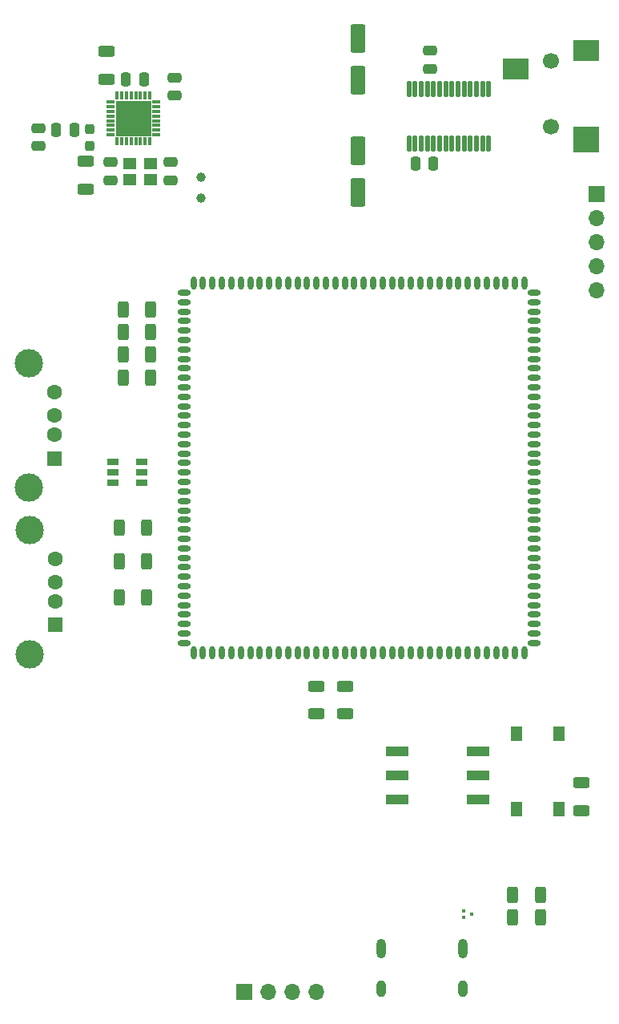
<source format=gbr>
%TF.GenerationSoftware,KiCad,Pcbnew,7.0.1*%
%TF.CreationDate,2023-08-09T19:54:46+10:00*%
%TF.ProjectId,STM32MP151_Dev_Board,53544d33-324d-4503-9135-315f4465765f,rev?*%
%TF.SameCoordinates,Original*%
%TF.FileFunction,Soldermask,Bot*%
%TF.FilePolarity,Negative*%
%FSLAX46Y46*%
G04 Gerber Fmt 4.6, Leading zero omitted, Abs format (unit mm)*
G04 Created by KiCad (PCBNEW 7.0.1) date 2023-08-09 19:54:46*
%MOMM*%
%LPD*%
G01*
G04 APERTURE LIST*
G04 Aperture macros list*
%AMRoundRect*
0 Rectangle with rounded corners*
0 $1 Rounding radius*
0 $2 $3 $4 $5 $6 $7 $8 $9 X,Y pos of 4 corners*
0 Add a 4 corners polygon primitive as box body*
4,1,4,$2,$3,$4,$5,$6,$7,$8,$9,$2,$3,0*
0 Add four circle primitives for the rounded corners*
1,1,$1+$1,$2,$3*
1,1,$1+$1,$4,$5*
1,1,$1+$1,$6,$7*
1,1,$1+$1,$8,$9*
0 Add four rect primitives between the rounded corners*
20,1,$1+$1,$2,$3,$4,$5,0*
20,1,$1+$1,$4,$5,$6,$7,0*
20,1,$1+$1,$6,$7,$8,$9,0*
20,1,$1+$1,$8,$9,$2,$3,0*%
G04 Aperture macros list end*
%ADD10O,1.000000X2.100000*%
%ADD11O,1.000000X1.800000*%
%ADD12RoundRect,0.250000X-0.312500X-0.625000X0.312500X-0.625000X0.312500X0.625000X-0.312500X0.625000X0*%
%ADD13RoundRect,0.250000X0.312500X0.625000X-0.312500X0.625000X-0.312500X-0.625000X0.312500X-0.625000X0*%
%ADD14RoundRect,0.008100X-0.396900X-0.126900X0.396900X-0.126900X0.396900X0.126900X-0.396900X0.126900X0*%
%ADD15RoundRect,0.008100X-0.126900X0.396900X-0.126900X-0.396900X0.126900X-0.396900X0.126900X0.396900X0*%
%ADD16R,3.700000X3.700000*%
%ADD17R,1.500000X1.600000*%
%ADD18C,1.600000*%
%ADD19C,3.000000*%
%ADD20R,1.700000X1.700000*%
%ADD21O,1.700000X1.700000*%
%ADD22RoundRect,0.250000X-0.475000X0.250000X-0.475000X-0.250000X0.475000X-0.250000X0.475000X0.250000X0*%
%ADD23O,1.400000X0.600000*%
%ADD24O,0.600000X1.400000*%
%ADD25R,2.440000X1.120000*%
%ADD26C,1.000000*%
%ADD27RoundRect,0.250000X-0.250000X-0.475000X0.250000X-0.475000X0.250000X0.475000X-0.250000X0.475000X0*%
%ADD28RoundRect,0.250000X0.475000X-0.250000X0.475000X0.250000X-0.475000X0.250000X-0.475000X-0.250000X0*%
%ADD29R,1.300000X1.550000*%
%ADD30RoundRect,0.250000X0.250000X0.475000X-0.250000X0.475000X-0.250000X-0.475000X0.250000X-0.475000X0*%
%ADD31R,1.300000X0.700000*%
%ADD32RoundRect,0.250000X0.625000X-0.312500X0.625000X0.312500X-0.625000X0.312500X-0.625000X-0.312500X0*%
%ADD33RoundRect,0.237500X-0.237500X0.287500X-0.237500X-0.287500X0.237500X-0.287500X0.237500X0.287500X0*%
%ADD34R,1.400000X1.200000*%
%ADD35RoundRect,0.250000X-0.550000X1.250000X-0.550000X-1.250000X0.550000X-1.250000X0.550000X1.250000X0*%
%ADD36RoundRect,0.250000X-0.625000X0.312500X-0.625000X-0.312500X0.625000X-0.312500X0.625000X0.312500X0*%
%ADD37RoundRect,0.020500X-0.184500X0.764500X-0.184500X-0.764500X0.184500X-0.764500X0.184500X0.764500X0*%
%ADD38C,1.700000*%
%ADD39R,2.800000X2.200000*%
%ADD40R,2.800000X2.800000*%
%ADD41R,0.300000X0.300000*%
%ADD42RoundRect,0.250000X0.550000X-1.250000X0.550000X1.250000X-0.550000X1.250000X-0.550000X-1.250000X0*%
G04 APERTURE END LIST*
D10*
%TO.C,J12*%
X61860000Y-114300000D03*
D11*
X61860000Y-118500000D03*
D10*
X70500000Y-114300000D03*
D11*
X70500000Y-118500000D03*
%TD*%
D12*
%TO.C,R27*%
X75737500Y-108600000D03*
X78662500Y-108600000D03*
%TD*%
D13*
%TO.C,R23*%
X37462500Y-54000000D03*
X34537500Y-54000000D03*
%TD*%
D14*
%TO.C,U7*%
X33200000Y-28350000D03*
X33200000Y-27850000D03*
X33200000Y-27350000D03*
X33200000Y-26850000D03*
X33200000Y-26350000D03*
X33200000Y-25850000D03*
X33200000Y-25350000D03*
X33200000Y-24850000D03*
D15*
X33895000Y-24155000D03*
X34395000Y-24155000D03*
X34895000Y-24155000D03*
X35395000Y-24155000D03*
X35895000Y-24155000D03*
X36395000Y-24155000D03*
X36895000Y-24155000D03*
X37395000Y-24155000D03*
D14*
X38090000Y-24850000D03*
X38090000Y-25350000D03*
X38090000Y-25850000D03*
X38090000Y-26350000D03*
X38090000Y-26850000D03*
X38090000Y-27350000D03*
X38090000Y-27850000D03*
X38090000Y-28350000D03*
D15*
X37395000Y-29045000D03*
X36895000Y-29045000D03*
X36395000Y-29045000D03*
X35895000Y-29045000D03*
X35395000Y-29045000D03*
X34895000Y-29045000D03*
X34395000Y-29045000D03*
X33895000Y-29045000D03*
D16*
X35645000Y-26600000D03*
%TD*%
D17*
%TO.C,J8*%
X27310000Y-62500000D03*
D18*
X27310000Y-60000000D03*
X27310000Y-58000000D03*
X27310000Y-55500000D03*
D19*
X24600000Y-65570000D03*
X24600000Y-52430000D03*
%TD*%
D13*
%TO.C,R22*%
X37462500Y-51550000D03*
X34537500Y-51550000D03*
%TD*%
D20*
%TO.C,J3*%
X84600000Y-34580000D03*
D21*
X84600000Y-37120000D03*
X84600000Y-39660000D03*
X84600000Y-42200000D03*
X84600000Y-44740000D03*
%TD*%
D17*
%TO.C,J13*%
X27360000Y-80100000D03*
D18*
X27360000Y-77600000D03*
X27360000Y-75600000D03*
X27360000Y-73100000D03*
D19*
X24650000Y-83170000D03*
X24650000Y-70030000D03*
%TD*%
D22*
%TO.C,C7*%
X33195000Y-31250000D03*
X33195000Y-33150000D03*
%TD*%
%TO.C,C16*%
X25645000Y-27650000D03*
X25645000Y-29550000D03*
%TD*%
D13*
%TO.C,R20*%
X37462500Y-46800000D03*
X34537500Y-46800000D03*
%TD*%
D23*
%TO.C,U1*%
X78000000Y-45000000D03*
X78000000Y-46000000D03*
X78000000Y-47000000D03*
X78000000Y-48000000D03*
X78000000Y-49000000D03*
X78000000Y-50000000D03*
X78000000Y-51000000D03*
X78000000Y-52000000D03*
X78000000Y-53000000D03*
X78000000Y-54000000D03*
X78000000Y-55000000D03*
X78000000Y-56000000D03*
X78000000Y-57000000D03*
X78000000Y-58000000D03*
X78000000Y-59000000D03*
X78000000Y-60000000D03*
X78000000Y-61000000D03*
X78000000Y-62000000D03*
X78000000Y-63000000D03*
X78000000Y-64000000D03*
X78000000Y-65000000D03*
X78000000Y-66000000D03*
X78000000Y-67000000D03*
X78000000Y-68000000D03*
X78000000Y-69000000D03*
X78000000Y-70000000D03*
X78000000Y-71000000D03*
X78000000Y-72000000D03*
X78000000Y-73000000D03*
X78000000Y-74000000D03*
X78000000Y-75000000D03*
X78000000Y-76000000D03*
X78000000Y-77000000D03*
X78000000Y-78000000D03*
X78000000Y-79000000D03*
X78000000Y-80000000D03*
X78000000Y-81000000D03*
X78000000Y-82000000D03*
D24*
X77000000Y-83000000D03*
X76000000Y-83000000D03*
X75000000Y-83000000D03*
X74000000Y-83000000D03*
X73000000Y-83000000D03*
X72000000Y-83000000D03*
X71000000Y-83000000D03*
X70000000Y-83000000D03*
X69000000Y-83000000D03*
X68000000Y-83000000D03*
X67000000Y-83000000D03*
X66000000Y-83000000D03*
X65000000Y-83000000D03*
X64000000Y-83000000D03*
X63000000Y-83000000D03*
X62000000Y-83000000D03*
X61000000Y-83000000D03*
X60000000Y-83000000D03*
X59000000Y-83000000D03*
X58000000Y-83000000D03*
X57000000Y-83000000D03*
X56000000Y-83000000D03*
X55000000Y-83000000D03*
X54000000Y-83000000D03*
X53000000Y-83000000D03*
X52000000Y-83000000D03*
X51000000Y-83000000D03*
X50000000Y-83000000D03*
X49000000Y-83000000D03*
X48000000Y-83000000D03*
X47000000Y-83000000D03*
X46000000Y-83000000D03*
X45000000Y-83000000D03*
X44000000Y-83000000D03*
X43000000Y-83000000D03*
X42000000Y-83000000D03*
D23*
X41000000Y-82000000D03*
X41000000Y-81000000D03*
X41000000Y-80000000D03*
X41000000Y-79000000D03*
X41000000Y-78000000D03*
X41000000Y-77000000D03*
X41000000Y-76000000D03*
X41000000Y-75000000D03*
X41000000Y-74000000D03*
X41000000Y-73000000D03*
X41000000Y-72000000D03*
X41000000Y-71000000D03*
X41000000Y-70000000D03*
X41000000Y-69000000D03*
X41000000Y-68000000D03*
X41000000Y-67000000D03*
X41000000Y-66000000D03*
X41000000Y-65000000D03*
X41000000Y-64000000D03*
X41000000Y-63000000D03*
X41000000Y-62000000D03*
X41000000Y-61000000D03*
X41000000Y-60000000D03*
X41000000Y-59000000D03*
X41000000Y-58000000D03*
X41000000Y-57000000D03*
X41000000Y-56000000D03*
X41000000Y-55000000D03*
X41000000Y-54000000D03*
X41000000Y-53000000D03*
X41000000Y-52000000D03*
X41000000Y-51000000D03*
X41000000Y-50000000D03*
X41000000Y-49000000D03*
X41000000Y-48000000D03*
X41000000Y-47000000D03*
X41000000Y-46000000D03*
X41000000Y-45000000D03*
D24*
X42000000Y-44000000D03*
X43000000Y-44000000D03*
X44000000Y-44000000D03*
X45000000Y-44000000D03*
X46000000Y-44000000D03*
X47000000Y-44000000D03*
X48000000Y-44000000D03*
X49000000Y-44000000D03*
X50000000Y-44000000D03*
X51000000Y-44000000D03*
X52000000Y-44000000D03*
X53000000Y-44000000D03*
X54000000Y-44000000D03*
X55000000Y-44000000D03*
X56000000Y-44000000D03*
X57000000Y-44000000D03*
X58000000Y-44000000D03*
X59000000Y-44000000D03*
X60000000Y-44000000D03*
X61000000Y-44000000D03*
X62000000Y-44000000D03*
X63000000Y-44000000D03*
X64000000Y-44000000D03*
X65000000Y-44000000D03*
X66000000Y-44000000D03*
X67000000Y-44000000D03*
X68000000Y-44000000D03*
X69000000Y-44000000D03*
X70000000Y-44000000D03*
X71000000Y-44000000D03*
X72000000Y-44000000D03*
X73000000Y-44000000D03*
X74000000Y-44000000D03*
X75000000Y-44000000D03*
X76000000Y-44000000D03*
X77000000Y-44000000D03*
%TD*%
D25*
%TO.C,SW1*%
X72110000Y-93420000D03*
X72110000Y-95960000D03*
X72110000Y-98500000D03*
X63500000Y-98500000D03*
X63500000Y-95960000D03*
X63500000Y-93420000D03*
%TD*%
D26*
%TO.C,TP3*%
X42800000Y-32800000D03*
%TD*%
D27*
%TO.C,C8*%
X34845000Y-22445000D03*
X36745000Y-22445000D03*
%TD*%
D26*
%TO.C,TP4*%
X42800000Y-35000000D03*
%TD*%
D28*
%TO.C,C18*%
X67000000Y-21350000D03*
X67000000Y-19450000D03*
%TD*%
D29*
%TO.C,SW2*%
X80610000Y-99500000D03*
X80610000Y-91550000D03*
X76110000Y-99500000D03*
X76110000Y-91550000D03*
%TD*%
D30*
%TO.C,C17*%
X29395000Y-27800000D03*
X27495000Y-27800000D03*
%TD*%
D31*
%TO.C,D1*%
X36550000Y-62900000D03*
X36550000Y-64000000D03*
X36550000Y-65100000D03*
X33450000Y-65100000D03*
X33450000Y-64000000D03*
X33450000Y-62900000D03*
%TD*%
D32*
%TO.C,R18*%
X58000000Y-89462500D03*
X58000000Y-86537500D03*
%TD*%
D28*
%TO.C,C6*%
X39595000Y-33150000D03*
X39595000Y-31250000D03*
%TD*%
D13*
%TO.C,R24*%
X37062500Y-77200000D03*
X34137500Y-77200000D03*
%TD*%
D33*
%TO.C,L2*%
X31045000Y-27770000D03*
X31045000Y-29520000D03*
%TD*%
D12*
%TO.C,R28*%
X75737500Y-111000000D03*
X78662500Y-111000000D03*
%TD*%
D34*
%TO.C,Y2*%
X35295000Y-31350000D03*
X37495000Y-31350000D03*
X37495000Y-33050000D03*
X35295000Y-33050000D03*
%TD*%
D32*
%TO.C,R19*%
X55000000Y-89462500D03*
X55000000Y-86537500D03*
%TD*%
D35*
%TO.C,C12*%
X59400000Y-30000000D03*
X59400000Y-34400000D03*
%TD*%
D36*
%TO.C,R1*%
X32800000Y-19537500D03*
X32800000Y-22462500D03*
%TD*%
D37*
%TO.C,U4*%
X64775000Y-23530000D03*
X65425000Y-23530000D03*
X66075000Y-23530000D03*
X66725000Y-23530000D03*
X67375000Y-23530000D03*
X68025000Y-23530000D03*
X68675000Y-23530000D03*
X69325000Y-23530000D03*
X69975000Y-23530000D03*
X70625000Y-23530000D03*
X71275000Y-23530000D03*
X71925000Y-23530000D03*
X72575000Y-23530000D03*
X73225000Y-23530000D03*
X73225000Y-29270000D03*
X72575000Y-29270000D03*
X71925000Y-29270000D03*
X71275000Y-29270000D03*
X70625000Y-29270000D03*
X69975000Y-29270000D03*
X69325000Y-29270000D03*
X68675000Y-29270000D03*
X68025000Y-29270000D03*
X67375000Y-29270000D03*
X66725000Y-29270000D03*
X66075000Y-29270000D03*
X65425000Y-29270000D03*
X64775000Y-29270000D03*
%TD*%
D13*
%TO.C,R25*%
X37062500Y-73400000D03*
X34137500Y-73400000D03*
%TD*%
D32*
%TO.C,R2*%
X83000000Y-99662500D03*
X83000000Y-96737500D03*
%TD*%
D30*
%TO.C,C19*%
X67350000Y-31400000D03*
X65450000Y-31400000D03*
%TD*%
D13*
%TO.C,R26*%
X37062500Y-69800000D03*
X34137500Y-69800000D03*
%TD*%
%TO.C,R21*%
X37462500Y-49150000D03*
X34537500Y-49150000D03*
%TD*%
D38*
%TO.C,J2*%
X79800000Y-27500000D03*
X79800000Y-20500000D03*
D39*
X76100000Y-21400000D03*
X83500000Y-19400000D03*
D40*
X83500000Y-28800000D03*
%TD*%
D20*
%TO.C,J4*%
X47400000Y-118800000D03*
D21*
X49940000Y-118800000D03*
X52480000Y-118800000D03*
X55020000Y-118800000D03*
%TD*%
D36*
%TO.C,R29*%
X30600000Y-31137500D03*
X30600000Y-34062500D03*
%TD*%
D28*
%TO.C,C14*%
X39995000Y-24195000D03*
X39995000Y-22295000D03*
%TD*%
D41*
%TO.C,U5*%
X70550000Y-110950000D03*
X70550000Y-110250000D03*
X71400000Y-110600000D03*
%TD*%
D42*
%TO.C,C20*%
X59400000Y-22600000D03*
X59400000Y-18200000D03*
%TD*%
M02*

</source>
